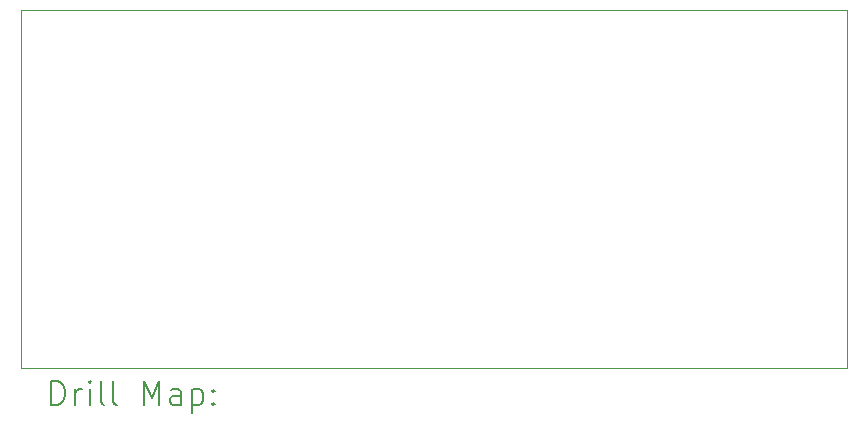
<source format=gbr>
%TF.GenerationSoftware,KiCad,Pcbnew,9.0.6*%
%TF.CreationDate,2025-12-01T20:52:56-05:00*%
%TF.ProjectId,Pico 2HP,5069636f-2032-4485-902e-6b696361645f,rev?*%
%TF.SameCoordinates,Original*%
%TF.FileFunction,Drillmap*%
%TF.FilePolarity,Positive*%
%FSLAX45Y45*%
G04 Gerber Fmt 4.5, Leading zero omitted, Abs format (unit mm)*
G04 Created by KiCad (PCBNEW 9.0.6) date 2025-12-01 20:52:56*
%MOMM*%
%LPD*%
G01*
G04 APERTURE LIST*
%ADD10C,0.050000*%
%ADD11C,0.200000*%
G04 APERTURE END LIST*
D10*
X7502500Y-5027500D02*
X14500000Y-5027500D01*
X14500000Y-8052500D01*
X7502500Y-8052500D01*
X7502500Y-5027500D01*
D11*
X7760777Y-8366484D02*
X7760777Y-8166484D01*
X7760777Y-8166484D02*
X7808396Y-8166484D01*
X7808396Y-8166484D02*
X7836967Y-8176008D01*
X7836967Y-8176008D02*
X7856015Y-8195055D01*
X7856015Y-8195055D02*
X7865539Y-8214103D01*
X7865539Y-8214103D02*
X7875062Y-8252198D01*
X7875062Y-8252198D02*
X7875062Y-8280769D01*
X7875062Y-8280769D02*
X7865539Y-8318865D01*
X7865539Y-8318865D02*
X7856015Y-8337912D01*
X7856015Y-8337912D02*
X7836967Y-8356960D01*
X7836967Y-8356960D02*
X7808396Y-8366484D01*
X7808396Y-8366484D02*
X7760777Y-8366484D01*
X7960777Y-8366484D02*
X7960777Y-8233150D01*
X7960777Y-8271246D02*
X7970301Y-8252198D01*
X7970301Y-8252198D02*
X7979824Y-8242674D01*
X7979824Y-8242674D02*
X7998872Y-8233150D01*
X7998872Y-8233150D02*
X8017920Y-8233150D01*
X8084586Y-8366484D02*
X8084586Y-8233150D01*
X8084586Y-8166484D02*
X8075062Y-8176008D01*
X8075062Y-8176008D02*
X8084586Y-8185531D01*
X8084586Y-8185531D02*
X8094110Y-8176008D01*
X8094110Y-8176008D02*
X8084586Y-8166484D01*
X8084586Y-8166484D02*
X8084586Y-8185531D01*
X8208396Y-8366484D02*
X8189348Y-8356960D01*
X8189348Y-8356960D02*
X8179824Y-8337912D01*
X8179824Y-8337912D02*
X8179824Y-8166484D01*
X8313158Y-8366484D02*
X8294110Y-8356960D01*
X8294110Y-8356960D02*
X8284586Y-8337912D01*
X8284586Y-8337912D02*
X8284586Y-8166484D01*
X8541729Y-8366484D02*
X8541729Y-8166484D01*
X8541729Y-8166484D02*
X8608396Y-8309341D01*
X8608396Y-8309341D02*
X8675063Y-8166484D01*
X8675063Y-8166484D02*
X8675063Y-8366484D01*
X8856015Y-8366484D02*
X8856015Y-8261722D01*
X8856015Y-8261722D02*
X8846491Y-8242674D01*
X8846491Y-8242674D02*
X8827444Y-8233150D01*
X8827444Y-8233150D02*
X8789348Y-8233150D01*
X8789348Y-8233150D02*
X8770301Y-8242674D01*
X8856015Y-8356960D02*
X8836967Y-8366484D01*
X8836967Y-8366484D02*
X8789348Y-8366484D01*
X8789348Y-8366484D02*
X8770301Y-8356960D01*
X8770301Y-8356960D02*
X8760777Y-8337912D01*
X8760777Y-8337912D02*
X8760777Y-8318865D01*
X8760777Y-8318865D02*
X8770301Y-8299817D01*
X8770301Y-8299817D02*
X8789348Y-8290293D01*
X8789348Y-8290293D02*
X8836967Y-8290293D01*
X8836967Y-8290293D02*
X8856015Y-8280769D01*
X8951253Y-8233150D02*
X8951253Y-8433150D01*
X8951253Y-8242674D02*
X8970301Y-8233150D01*
X8970301Y-8233150D02*
X9008396Y-8233150D01*
X9008396Y-8233150D02*
X9027444Y-8242674D01*
X9027444Y-8242674D02*
X9036967Y-8252198D01*
X9036967Y-8252198D02*
X9046491Y-8271246D01*
X9046491Y-8271246D02*
X9046491Y-8328388D01*
X9046491Y-8328388D02*
X9036967Y-8347436D01*
X9036967Y-8347436D02*
X9027444Y-8356960D01*
X9027444Y-8356960D02*
X9008396Y-8366484D01*
X9008396Y-8366484D02*
X8970301Y-8366484D01*
X8970301Y-8366484D02*
X8951253Y-8356960D01*
X9132205Y-8347436D02*
X9141729Y-8356960D01*
X9141729Y-8356960D02*
X9132205Y-8366484D01*
X9132205Y-8366484D02*
X9122682Y-8356960D01*
X9122682Y-8356960D02*
X9132205Y-8347436D01*
X9132205Y-8347436D02*
X9132205Y-8366484D01*
X9132205Y-8242674D02*
X9141729Y-8252198D01*
X9141729Y-8252198D02*
X9132205Y-8261722D01*
X9132205Y-8261722D02*
X9122682Y-8252198D01*
X9122682Y-8252198D02*
X9132205Y-8242674D01*
X9132205Y-8242674D02*
X9132205Y-8261722D01*
M02*

</source>
